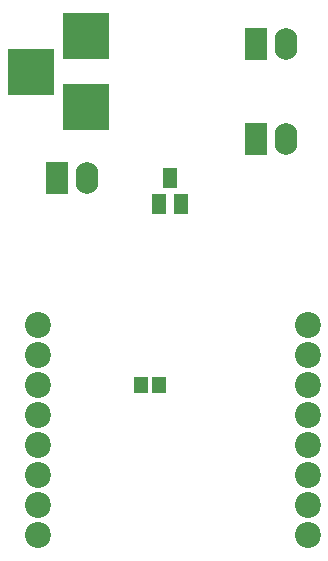
<source format=gts>
G04 #@! TF.FileFunction,Soldermask,Top*
%FSLAX46Y46*%
G04 Gerber Fmt 4.6, Leading zero omitted, Abs format (unit mm)*
G04 Created by KiCad (PCBNEW (2016-10-14 revision fc07716)-master) date Sat Nov 26 20:43:01 2016*
%MOMM*%
%LPD*%
G01*
G04 APERTURE LIST*
%ADD10C,0.100000*%
%ADD11C,2.200000*%
%ADD12R,3.900120X3.900120*%
%ADD13R,1.250000X1.400000*%
%ADD14O,1.924000X2.686000*%
%ADD15R,1.924000X2.686000*%
%ADD16R,1.200000X1.700000*%
%ADD17R,1.300000X1.700000*%
G04 APERTURE END LIST*
D10*
D11*
X134300000Y-90350000D03*
X134300000Y-92890000D03*
X134300000Y-95430000D03*
X134300000Y-97970000D03*
X134300000Y-100510000D03*
X134300000Y-103050000D03*
X134300000Y-105590000D03*
X134300000Y-108130000D03*
X111440000Y-108130000D03*
X111440000Y-105590000D03*
X111440000Y-103050000D03*
X111440000Y-100510000D03*
X111440000Y-97970000D03*
X111440000Y-95430000D03*
X111440000Y-92890000D03*
X111440000Y-90350000D03*
D12*
X115550000Y-71949480D03*
X115550000Y-65950000D03*
X110851000Y-68949740D03*
D13*
X120200000Y-95450000D03*
X121700000Y-95450000D03*
D14*
X115620000Y-77950000D03*
D15*
X113080000Y-77950000D03*
X129880000Y-66550000D03*
D14*
X132420000Y-66550000D03*
X132420000Y-74600000D03*
D15*
X129880000Y-74600000D03*
D16*
X122650000Y-77950000D03*
D17*
X123600000Y-80150000D03*
X121700000Y-80150000D03*
M02*

</source>
